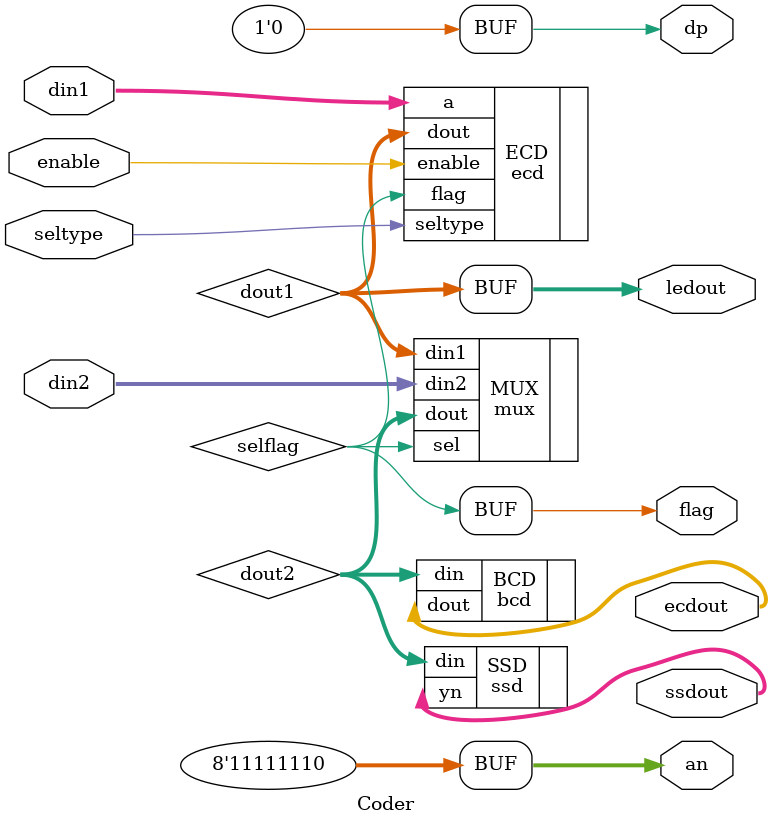
<source format=sv>
`timescale 1ns / 1ps


module Coder(
    input enable, seltype,
    input [9:0] din1,
    input [3:0] din2,
    output reg flag,
    output reg [3:0] ledout,
    output reg [9:0] ecdout,
    output reg [6:0] ssdout,
    output wire dp,
    output wire [7:0] an
    );
    wire [3:0] dout1,dout2;
    wire selflag;
    mux MUX(
        .din1(dout1),
        .din2(din2),
        .sel(selflag),
        .dout(dout2)
    );
    ecd ECD(
        .a(din1),
        .enable(enable),
        .seltype(seltype),
        .flag(selflag),
        .dout(dout1)
    );
    bcd BCD(
        .din(dout2),
        .dout(ecdout)
    );
    ssd SSD(
        .din(dout2),
        .yn(ssdout)
    );
    assign dp = 1'b0, an = 8'b1111_1110;
    always@(*) begin
        flag = selflag;
        ledout = dout1;
    end
endmodule

</source>
